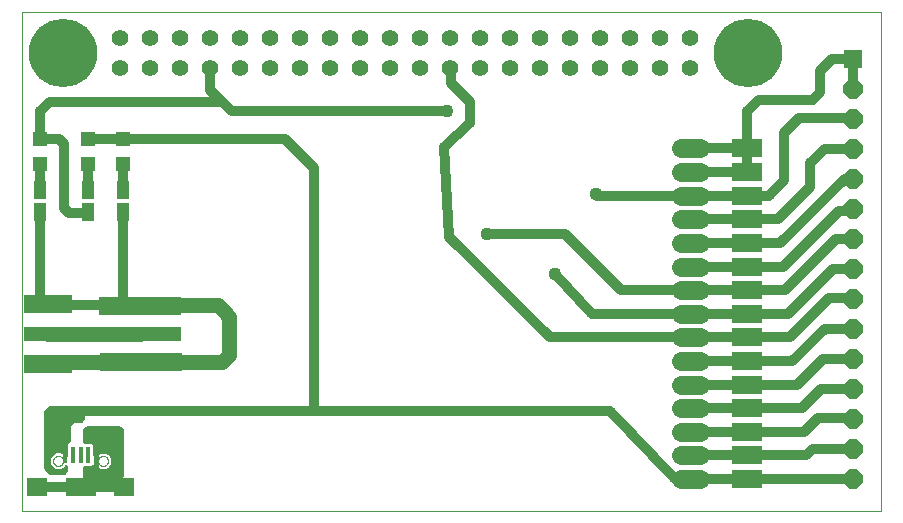
<source format=gtl>
G75*
%MOIN*%
%OFA0B0*%
%FSLAX25Y25*%
%IPPOS*%
%LPD*%
%AMOC8*
5,1,8,0,0,1.08239X$1,22.5*
%
%ADD10C,0.00000*%
%ADD11R,0.09843X0.05906*%
%ADD12R,0.27559X0.05906*%
%ADD13R,0.27559X0.04724*%
%ADD14C,0.05550*%
%ADD15R,0.06400X0.06400*%
%ADD16OC8,0.06400*%
%ADD17R,0.16000X0.06000*%
%ADD18R,0.16000X0.05000*%
%ADD19R,0.04724X0.04724*%
%ADD20R,0.03937X0.05906*%
%ADD21R,0.01575X0.05709*%
%ADD22R,0.07087X0.05906*%
%ADD23C,0.06337*%
%ADD24C,0.03200*%
%ADD25C,0.04362*%
%ADD26C,0.05000*%
%ADD27C,0.01600*%
%ADD28C,0.01000*%
%ADD29C,0.22835*%
D10*
X0036863Y0013472D02*
X0036863Y0179614D01*
X0323477Y0179614D01*
X0323477Y0013472D01*
X0036863Y0013472D01*
X0047394Y0030008D02*
X0047396Y0030089D01*
X0047402Y0030171D01*
X0047412Y0030252D01*
X0047426Y0030332D01*
X0047443Y0030411D01*
X0047465Y0030490D01*
X0047490Y0030567D01*
X0047519Y0030644D01*
X0047552Y0030718D01*
X0047589Y0030791D01*
X0047628Y0030862D01*
X0047672Y0030931D01*
X0047718Y0030998D01*
X0047768Y0031062D01*
X0047821Y0031124D01*
X0047877Y0031184D01*
X0047935Y0031240D01*
X0047997Y0031294D01*
X0048061Y0031345D01*
X0048127Y0031392D01*
X0048195Y0031436D01*
X0048266Y0031477D01*
X0048338Y0031514D01*
X0048413Y0031548D01*
X0048488Y0031578D01*
X0048566Y0031604D01*
X0048644Y0031627D01*
X0048723Y0031645D01*
X0048803Y0031660D01*
X0048884Y0031671D01*
X0048965Y0031678D01*
X0049047Y0031681D01*
X0049128Y0031680D01*
X0049209Y0031675D01*
X0049290Y0031666D01*
X0049371Y0031653D01*
X0049451Y0031636D01*
X0049529Y0031616D01*
X0049607Y0031591D01*
X0049684Y0031563D01*
X0049759Y0031531D01*
X0049832Y0031496D01*
X0049903Y0031457D01*
X0049973Y0031414D01*
X0050040Y0031369D01*
X0050106Y0031320D01*
X0050168Y0031268D01*
X0050228Y0031212D01*
X0050285Y0031154D01*
X0050340Y0031094D01*
X0050391Y0031030D01*
X0050439Y0030965D01*
X0050484Y0030897D01*
X0050526Y0030827D01*
X0050564Y0030755D01*
X0050599Y0030681D01*
X0050630Y0030606D01*
X0050657Y0030529D01*
X0050680Y0030451D01*
X0050700Y0030372D01*
X0050716Y0030292D01*
X0050728Y0030211D01*
X0050736Y0030130D01*
X0050740Y0030049D01*
X0050740Y0029967D01*
X0050736Y0029886D01*
X0050728Y0029805D01*
X0050716Y0029724D01*
X0050700Y0029644D01*
X0050680Y0029565D01*
X0050657Y0029487D01*
X0050630Y0029410D01*
X0050599Y0029335D01*
X0050564Y0029261D01*
X0050526Y0029189D01*
X0050484Y0029119D01*
X0050439Y0029051D01*
X0050391Y0028986D01*
X0050340Y0028922D01*
X0050285Y0028862D01*
X0050228Y0028804D01*
X0050168Y0028748D01*
X0050106Y0028696D01*
X0050040Y0028647D01*
X0049973Y0028602D01*
X0049904Y0028559D01*
X0049832Y0028520D01*
X0049759Y0028485D01*
X0049684Y0028453D01*
X0049607Y0028425D01*
X0049529Y0028400D01*
X0049451Y0028380D01*
X0049371Y0028363D01*
X0049290Y0028350D01*
X0049209Y0028341D01*
X0049128Y0028336D01*
X0049047Y0028335D01*
X0048965Y0028338D01*
X0048884Y0028345D01*
X0048803Y0028356D01*
X0048723Y0028371D01*
X0048644Y0028389D01*
X0048566Y0028412D01*
X0048488Y0028438D01*
X0048413Y0028468D01*
X0048338Y0028502D01*
X0048266Y0028539D01*
X0048195Y0028580D01*
X0048127Y0028624D01*
X0048061Y0028671D01*
X0047997Y0028722D01*
X0047935Y0028776D01*
X0047877Y0028832D01*
X0047821Y0028892D01*
X0047768Y0028954D01*
X0047718Y0029018D01*
X0047672Y0029085D01*
X0047628Y0029154D01*
X0047589Y0029225D01*
X0047552Y0029298D01*
X0047519Y0029372D01*
X0047490Y0029449D01*
X0047465Y0029526D01*
X0047443Y0029605D01*
X0047426Y0029684D01*
X0047412Y0029764D01*
X0047402Y0029845D01*
X0047396Y0029927D01*
X0047394Y0030008D01*
X0062355Y0030008D02*
X0062357Y0030089D01*
X0062363Y0030171D01*
X0062373Y0030252D01*
X0062387Y0030332D01*
X0062404Y0030411D01*
X0062426Y0030490D01*
X0062451Y0030567D01*
X0062480Y0030644D01*
X0062513Y0030718D01*
X0062550Y0030791D01*
X0062589Y0030862D01*
X0062633Y0030931D01*
X0062679Y0030998D01*
X0062729Y0031062D01*
X0062782Y0031124D01*
X0062838Y0031184D01*
X0062896Y0031240D01*
X0062958Y0031294D01*
X0063022Y0031345D01*
X0063088Y0031392D01*
X0063156Y0031436D01*
X0063227Y0031477D01*
X0063299Y0031514D01*
X0063374Y0031548D01*
X0063449Y0031578D01*
X0063527Y0031604D01*
X0063605Y0031627D01*
X0063684Y0031645D01*
X0063764Y0031660D01*
X0063845Y0031671D01*
X0063926Y0031678D01*
X0064008Y0031681D01*
X0064089Y0031680D01*
X0064170Y0031675D01*
X0064251Y0031666D01*
X0064332Y0031653D01*
X0064412Y0031636D01*
X0064490Y0031616D01*
X0064568Y0031591D01*
X0064645Y0031563D01*
X0064720Y0031531D01*
X0064793Y0031496D01*
X0064864Y0031457D01*
X0064934Y0031414D01*
X0065001Y0031369D01*
X0065067Y0031320D01*
X0065129Y0031268D01*
X0065189Y0031212D01*
X0065246Y0031154D01*
X0065301Y0031094D01*
X0065352Y0031030D01*
X0065400Y0030965D01*
X0065445Y0030897D01*
X0065487Y0030827D01*
X0065525Y0030755D01*
X0065560Y0030681D01*
X0065591Y0030606D01*
X0065618Y0030529D01*
X0065641Y0030451D01*
X0065661Y0030372D01*
X0065677Y0030292D01*
X0065689Y0030211D01*
X0065697Y0030130D01*
X0065701Y0030049D01*
X0065701Y0029967D01*
X0065697Y0029886D01*
X0065689Y0029805D01*
X0065677Y0029724D01*
X0065661Y0029644D01*
X0065641Y0029565D01*
X0065618Y0029487D01*
X0065591Y0029410D01*
X0065560Y0029335D01*
X0065525Y0029261D01*
X0065487Y0029189D01*
X0065445Y0029119D01*
X0065400Y0029051D01*
X0065352Y0028986D01*
X0065301Y0028922D01*
X0065246Y0028862D01*
X0065189Y0028804D01*
X0065129Y0028748D01*
X0065067Y0028696D01*
X0065001Y0028647D01*
X0064934Y0028602D01*
X0064865Y0028559D01*
X0064793Y0028520D01*
X0064720Y0028485D01*
X0064645Y0028453D01*
X0064568Y0028425D01*
X0064490Y0028400D01*
X0064412Y0028380D01*
X0064332Y0028363D01*
X0064251Y0028350D01*
X0064170Y0028341D01*
X0064089Y0028336D01*
X0064008Y0028335D01*
X0063926Y0028338D01*
X0063845Y0028345D01*
X0063764Y0028356D01*
X0063684Y0028371D01*
X0063605Y0028389D01*
X0063527Y0028412D01*
X0063449Y0028438D01*
X0063374Y0028468D01*
X0063299Y0028502D01*
X0063227Y0028539D01*
X0063156Y0028580D01*
X0063088Y0028624D01*
X0063022Y0028671D01*
X0062958Y0028722D01*
X0062896Y0028776D01*
X0062838Y0028832D01*
X0062782Y0028892D01*
X0062729Y0028954D01*
X0062679Y0029018D01*
X0062633Y0029085D01*
X0062589Y0029154D01*
X0062550Y0029225D01*
X0062513Y0029298D01*
X0062480Y0029372D01*
X0062451Y0029449D01*
X0062426Y0029526D01*
X0062404Y0029605D01*
X0062387Y0029684D01*
X0062373Y0029764D01*
X0062363Y0029845D01*
X0062357Y0029927D01*
X0062355Y0030008D01*
D11*
X0056548Y0021346D03*
X0278831Y0023945D03*
X0278831Y0031819D03*
X0278831Y0039693D03*
X0278831Y0047567D03*
X0278831Y0055441D03*
X0278831Y0063315D03*
X0278831Y0071189D03*
X0278831Y0079063D03*
X0278831Y0086937D03*
X0278831Y0094811D03*
X0278831Y0102685D03*
X0278831Y0110559D03*
X0278831Y0118433D03*
X0278831Y0126307D03*
X0278831Y0134181D03*
D12*
X0076469Y0081740D03*
X0076626Y0062843D03*
D13*
X0076469Y0072291D03*
D14*
X0079815Y0160835D03*
X0069815Y0160835D03*
X0069815Y0170835D03*
X0079815Y0170835D03*
X0089815Y0170835D03*
X0099815Y0170835D03*
X0109815Y0170835D03*
X0119815Y0170835D03*
X0129815Y0170835D03*
X0139815Y0170835D03*
X0149815Y0170835D03*
X0159815Y0170835D03*
X0169815Y0170835D03*
X0179815Y0170835D03*
X0189815Y0170835D03*
X0199815Y0170835D03*
X0209815Y0170835D03*
X0219815Y0170835D03*
X0229815Y0170835D03*
X0239815Y0170835D03*
X0249815Y0170835D03*
X0259815Y0170835D03*
X0259815Y0160835D03*
X0249815Y0160835D03*
X0239815Y0160835D03*
X0229815Y0160835D03*
X0219815Y0160835D03*
X0209815Y0160835D03*
X0199815Y0160835D03*
X0189815Y0160835D03*
X0179815Y0160835D03*
X0169815Y0160835D03*
X0159815Y0160835D03*
X0149815Y0160835D03*
X0139815Y0160835D03*
X0129815Y0160835D03*
X0119815Y0160835D03*
X0109815Y0160835D03*
X0099815Y0160835D03*
X0089815Y0160835D03*
D15*
X0313989Y0164142D03*
D16*
X0313989Y0154142D03*
X0313989Y0144142D03*
X0313989Y0134142D03*
X0313989Y0124142D03*
X0313989Y0114142D03*
X0313989Y0104142D03*
X0313989Y0094142D03*
X0313989Y0084142D03*
X0313989Y0074142D03*
X0313989Y0064142D03*
X0313989Y0054142D03*
X0313989Y0044142D03*
X0313989Y0034142D03*
X0313989Y0024142D03*
D17*
X0045650Y0062213D03*
X0045650Y0082213D03*
D18*
X0045650Y0072213D03*
D19*
X0043162Y0129024D03*
X0043162Y0137291D03*
X0058910Y0137291D03*
X0070721Y0137291D03*
X0070721Y0129024D03*
X0058910Y0129024D03*
D20*
X0058910Y0120323D03*
X0070721Y0120323D03*
X0070721Y0112921D03*
X0058910Y0112921D03*
X0043162Y0112921D03*
X0043162Y0120323D03*
D21*
X0051430Y0032075D03*
X0053989Y0032075D03*
X0056548Y0032075D03*
X0059107Y0032075D03*
X0061666Y0032075D03*
D22*
X0071056Y0021346D03*
X0042040Y0021346D03*
D23*
X0256529Y0023945D02*
X0262866Y0023945D01*
X0262866Y0031819D02*
X0256529Y0031819D01*
X0256529Y0039693D02*
X0262866Y0039693D01*
X0262866Y0047567D02*
X0256529Y0047567D01*
X0256529Y0055441D02*
X0262866Y0055441D01*
X0262866Y0063315D02*
X0256529Y0063315D01*
X0256529Y0071189D02*
X0262866Y0071189D01*
X0262866Y0079063D02*
X0256529Y0079063D01*
X0256529Y0086937D02*
X0262866Y0086937D01*
X0262866Y0094811D02*
X0256529Y0094811D01*
X0256529Y0102685D02*
X0262866Y0102685D01*
X0262866Y0110559D02*
X0256529Y0110559D01*
X0256529Y0118433D02*
X0262866Y0118433D01*
X0262866Y0126307D02*
X0256529Y0126307D01*
X0256529Y0134181D02*
X0262866Y0134181D01*
D24*
X0259697Y0134181D02*
X0278831Y0134181D01*
X0278831Y0134102D01*
X0278831Y0134181D02*
X0278595Y0134417D01*
X0278595Y0146543D01*
X0282532Y0150480D01*
X0300642Y0150480D01*
X0303004Y0152843D01*
X0303004Y0159929D01*
X0306941Y0163866D01*
X0313713Y0163866D01*
X0313989Y0163591D01*
X0313989Y0154142D01*
X0313162Y0144181D02*
X0313989Y0144142D01*
X0313162Y0144181D02*
X0295918Y0144181D01*
X0291193Y0139457D01*
X0291193Y0123709D01*
X0285918Y0118433D01*
X0278831Y0118433D01*
X0259697Y0118433D01*
X0228752Y0118433D01*
X0228201Y0118984D01*
X0217965Y0105598D02*
X0191981Y0105598D01*
X0179815Y0104378D02*
X0179775Y0104380D01*
X0179735Y0104385D01*
X0179697Y0104395D01*
X0179659Y0104407D01*
X0179622Y0104423D01*
X0179587Y0104443D01*
X0179554Y0104465D01*
X0179523Y0104491D01*
X0179495Y0104519D01*
X0179469Y0104550D01*
X0179447Y0104583D01*
X0179427Y0104618D01*
X0179411Y0104655D01*
X0179399Y0104693D01*
X0179389Y0104731D01*
X0179384Y0104771D01*
X0179382Y0104811D01*
X0177807Y0134732D01*
X0186469Y0142606D01*
X0186469Y0149693D01*
X0180170Y0155992D01*
X0180170Y0160480D01*
X0179815Y0160835D01*
X0178595Y0146543D02*
X0106941Y0146543D01*
X0103792Y0149693D01*
X0046311Y0149693D01*
X0043162Y0146543D01*
X0043162Y0137291D01*
X0049264Y0137291D01*
X0051036Y0135520D01*
X0051036Y0114260D01*
X0052611Y0112685D01*
X0058674Y0112685D01*
X0058910Y0112921D01*
X0070721Y0112921D02*
X0070721Y0082764D01*
X0069933Y0081976D01*
X0076469Y0081976D01*
X0076469Y0081740D01*
X0069933Y0081976D02*
X0043162Y0081976D01*
X0043398Y0082213D01*
X0045650Y0082213D01*
X0043162Y0081976D02*
X0043162Y0112921D01*
X0043162Y0120323D02*
X0043162Y0129024D01*
X0058910Y0129024D02*
X0058910Y0120323D01*
X0070721Y0120323D02*
X0070721Y0129024D01*
X0070721Y0137291D02*
X0058910Y0137291D01*
X0070721Y0137291D02*
X0124855Y0137291D01*
X0134500Y0127646D01*
X0134500Y0046543D01*
X0054973Y0046543D01*
X0051823Y0043394D01*
X0051823Y0037094D01*
X0056548Y0021346D02*
X0042040Y0021346D01*
X0056548Y0021346D02*
X0062059Y0021346D01*
X0071056Y0021346D01*
X0134500Y0046543D02*
X0232926Y0046543D01*
X0254737Y0023945D01*
X0254973Y0023945D01*
X0259697Y0023945D01*
X0277020Y0023945D01*
X0277020Y0023709D01*
X0276233Y0023709D01*
X0276233Y0023945D01*
X0278831Y0023945D01*
X0313792Y0023945D01*
X0313989Y0024142D01*
X0313989Y0034142D02*
X0300839Y0034142D01*
X0298516Y0031819D01*
X0278831Y0031819D01*
X0259697Y0031819D01*
X0259697Y0039693D02*
X0278831Y0039693D01*
X0278831Y0039614D01*
X0278831Y0039693D02*
X0297729Y0039693D01*
X0302217Y0044181D01*
X0312374Y0044181D01*
X0313989Y0044142D01*
X0313989Y0054142D02*
X0303516Y0054142D01*
X0296941Y0047567D01*
X0278831Y0047567D01*
X0259697Y0047567D01*
X0259697Y0055441D02*
X0278831Y0055441D01*
X0278831Y0055362D01*
X0278831Y0055441D02*
X0295367Y0055441D01*
X0304067Y0064142D01*
X0313989Y0064142D01*
X0313989Y0074142D02*
X0304619Y0074142D01*
X0293792Y0063315D01*
X0278831Y0063315D01*
X0259697Y0063315D01*
X0259697Y0071189D02*
X0213004Y0071189D01*
X0179815Y0104378D01*
X0214815Y0092213D02*
X0227178Y0079063D01*
X0259697Y0079063D01*
X0278831Y0079063D01*
X0278831Y0078984D01*
X0278831Y0079063D02*
X0292217Y0079063D01*
X0307296Y0094142D01*
X0313989Y0094142D01*
X0313792Y0084339D02*
X0306154Y0084339D01*
X0293004Y0071189D01*
X0278831Y0071189D01*
X0259697Y0071189D01*
X0278831Y0071110D02*
X0278831Y0071189D01*
X0278831Y0063315D02*
X0278831Y0063236D01*
X0278831Y0047567D02*
X0278831Y0047488D01*
X0278831Y0031819D02*
X0278831Y0031740D01*
X0313989Y0084142D02*
X0313792Y0084339D01*
X0308516Y0104024D02*
X0291430Y0086937D01*
X0278831Y0086937D01*
X0236626Y0086937D01*
X0217965Y0105598D01*
X0259697Y0102685D02*
X0259697Y0102606D01*
X0278831Y0102606D01*
X0278831Y0102685D01*
X0289855Y0102685D01*
X0311311Y0124142D01*
X0313989Y0124142D01*
X0304579Y0133945D02*
X0299855Y0129220D01*
X0299855Y0121346D01*
X0289067Y0110559D01*
X0278831Y0110559D01*
X0259697Y0110559D01*
X0278831Y0110480D02*
X0278831Y0110559D01*
X0278831Y0118354D02*
X0278831Y0118433D01*
X0278831Y0126228D02*
X0278831Y0126307D01*
X0259697Y0126307D01*
X0278831Y0126307D02*
X0278831Y0133394D01*
X0278831Y0134181D01*
X0278831Y0133394D02*
X0278595Y0137094D01*
X0304579Y0133945D02*
X0313989Y0133945D01*
X0313989Y0134142D01*
X0313989Y0114142D02*
X0313319Y0113472D01*
X0309304Y0113472D01*
X0290642Y0094811D01*
X0280957Y0094811D01*
X0280957Y0094732D01*
X0259697Y0094732D01*
X0259697Y0094811D01*
X0259697Y0086937D02*
X0259697Y0086858D01*
X0278831Y0086858D01*
X0278831Y0086937D01*
X0278831Y0094811D02*
X0280957Y0094811D01*
X0308516Y0104024D02*
X0313870Y0104024D01*
X0313989Y0104142D01*
X0313713Y0163866D02*
X0313989Y0164142D01*
X0103792Y0149693D02*
X0099815Y0153669D01*
X0099815Y0160835D01*
X0103004Y0063079D02*
X0103792Y0062291D01*
X0103792Y0063079D01*
X0080170Y0062291D02*
X0077178Y0062291D01*
X0076626Y0062843D01*
X0080091Y0062213D02*
X0080170Y0062291D01*
D25*
X0103792Y0063079D03*
X0104579Y0079614D03*
X0062059Y0039457D03*
X0069146Y0035520D03*
X0064422Y0022134D03*
X0191981Y0105598D03*
X0214815Y0092213D03*
X0228201Y0118984D03*
X0178595Y0146543D03*
D26*
X0104579Y0079614D02*
X0102217Y0081976D01*
X0076705Y0081976D01*
X0076677Y0081974D01*
X0076649Y0081969D01*
X0076621Y0081961D01*
X0076595Y0081949D01*
X0076571Y0081934D01*
X0076549Y0081917D01*
X0076528Y0081896D01*
X0076511Y0081874D01*
X0076496Y0081850D01*
X0076484Y0081824D01*
X0076476Y0081796D01*
X0076471Y0081768D01*
X0076469Y0081740D01*
X0076469Y0072291D02*
X0076467Y0072276D01*
X0076463Y0072261D01*
X0076456Y0072247D01*
X0076446Y0072235D01*
X0076434Y0072225D01*
X0076420Y0072218D01*
X0076405Y0072214D01*
X0076390Y0072212D01*
X0076390Y0072213D02*
X0045650Y0072213D01*
X0045493Y0062843D02*
X0069933Y0062843D01*
X0070170Y0063079D01*
X0103004Y0063079D01*
X0103792Y0063079D01*
X0106154Y0065441D01*
X0106154Y0078039D01*
X0104579Y0079614D01*
X0076626Y0062843D02*
X0069933Y0062843D01*
X0045650Y0062212D02*
X0045616Y0062234D01*
X0045585Y0062259D01*
X0045556Y0062287D01*
X0045529Y0062317D01*
X0045506Y0062349D01*
X0045485Y0062383D01*
X0045467Y0062419D01*
X0045452Y0062456D01*
X0045441Y0062495D01*
X0045433Y0062534D01*
X0045428Y0062574D01*
X0045427Y0062614D01*
X0045429Y0062654D01*
X0045435Y0062693D01*
X0045445Y0062732D01*
X0045457Y0062770D01*
X0045473Y0062807D01*
X0045492Y0062842D01*
D27*
X0058910Y0041031D02*
X0058122Y0040244D01*
X0058122Y0036529D01*
X0060557Y0036529D01*
X0061494Y0035592D01*
X0061494Y0032386D01*
X0062061Y0032952D01*
X0063337Y0033481D01*
X0064719Y0033481D01*
X0065995Y0032952D01*
X0066972Y0031975D01*
X0067501Y0030699D01*
X0067501Y0029317D01*
X0066972Y0028040D01*
X0065995Y0027063D01*
X0064719Y0026535D01*
X0063337Y0026535D01*
X0062061Y0027063D01*
X0061083Y0028040D01*
X0061052Y0028116D01*
X0060557Y0027620D01*
X0058122Y0027620D01*
X0058122Y0023709D01*
X0068359Y0023709D01*
X0069933Y0025283D01*
X0069933Y0040244D01*
X0069146Y0041031D01*
X0058910Y0041031D01*
X0058544Y0040666D02*
X0069512Y0040666D01*
X0069933Y0039067D02*
X0058122Y0039067D01*
X0058122Y0037469D02*
X0069933Y0037469D01*
X0069933Y0035870D02*
X0061216Y0035870D01*
X0061494Y0034272D02*
X0069933Y0034272D01*
X0069933Y0032673D02*
X0066274Y0032673D01*
X0067345Y0031075D02*
X0069933Y0031075D01*
X0069933Y0029476D02*
X0067501Y0029476D01*
X0066810Y0027878D02*
X0069933Y0027878D01*
X0069933Y0026279D02*
X0058122Y0026279D01*
X0058122Y0024681D02*
X0069331Y0024681D01*
X0062059Y0021346D02*
X0061666Y0021740D01*
X0061666Y0032075D01*
X0061666Y0039063D01*
X0062059Y0039457D01*
X0061781Y0032673D02*
X0061494Y0032673D01*
X0061246Y0027878D02*
X0060814Y0027878D01*
X0051430Y0032075D02*
X0051430Y0036701D01*
X0051823Y0037094D01*
D28*
X0051823Y0037026D02*
X0044737Y0037026D01*
X0044737Y0038024D02*
X0051965Y0038024D01*
X0051823Y0037882D02*
X0051823Y0031647D01*
X0051757Y0031805D01*
X0050865Y0032698D01*
X0049699Y0033181D01*
X0048436Y0033181D01*
X0047270Y0032698D01*
X0046377Y0031805D01*
X0045894Y0030639D01*
X0045894Y0029377D01*
X0046377Y0028210D01*
X0047270Y0027318D01*
X0048436Y0026835D01*
X0049699Y0026835D01*
X0050865Y0027318D01*
X0051757Y0028210D01*
X0051823Y0028369D01*
X0051823Y0026858D01*
X0051036Y0026071D01*
X0046311Y0026071D01*
X0044737Y0027646D01*
X0044737Y0046543D01*
X0046311Y0048118D01*
X0055760Y0048118D01*
X0057335Y0046543D01*
X0057335Y0044181D01*
X0056548Y0043394D01*
X0054185Y0043394D01*
X0052611Y0041819D01*
X0052611Y0038669D01*
X0051823Y0037882D01*
X0052611Y0039023D02*
X0044737Y0039023D01*
X0044737Y0040021D02*
X0052611Y0040021D01*
X0052611Y0041020D02*
X0044737Y0041020D01*
X0044737Y0042018D02*
X0052810Y0042018D01*
X0053808Y0043017D02*
X0044737Y0043017D01*
X0044737Y0044015D02*
X0057169Y0044015D01*
X0057335Y0045014D02*
X0044737Y0045014D01*
X0044737Y0046012D02*
X0057335Y0046012D01*
X0056868Y0047011D02*
X0045204Y0047011D01*
X0046203Y0048009D02*
X0055869Y0048009D01*
X0051823Y0036027D02*
X0044737Y0036027D01*
X0044737Y0035029D02*
X0051823Y0035029D01*
X0051823Y0034030D02*
X0044737Y0034030D01*
X0044737Y0033032D02*
X0048075Y0033032D01*
X0046605Y0032033D02*
X0044737Y0032033D01*
X0044737Y0031035D02*
X0046058Y0031035D01*
X0045894Y0030036D02*
X0044737Y0030036D01*
X0044737Y0029038D02*
X0046035Y0029038D01*
X0046549Y0028039D02*
X0044737Y0028039D01*
X0045342Y0027041D02*
X0047939Y0027041D01*
X0050195Y0027041D02*
X0051823Y0027041D01*
X0051823Y0028039D02*
X0051586Y0028039D01*
X0051530Y0032033D02*
X0051823Y0032033D01*
X0051823Y0033032D02*
X0050059Y0033032D01*
D29*
X0050642Y0165835D03*
X0278989Y0165835D03*
M02*

</source>
